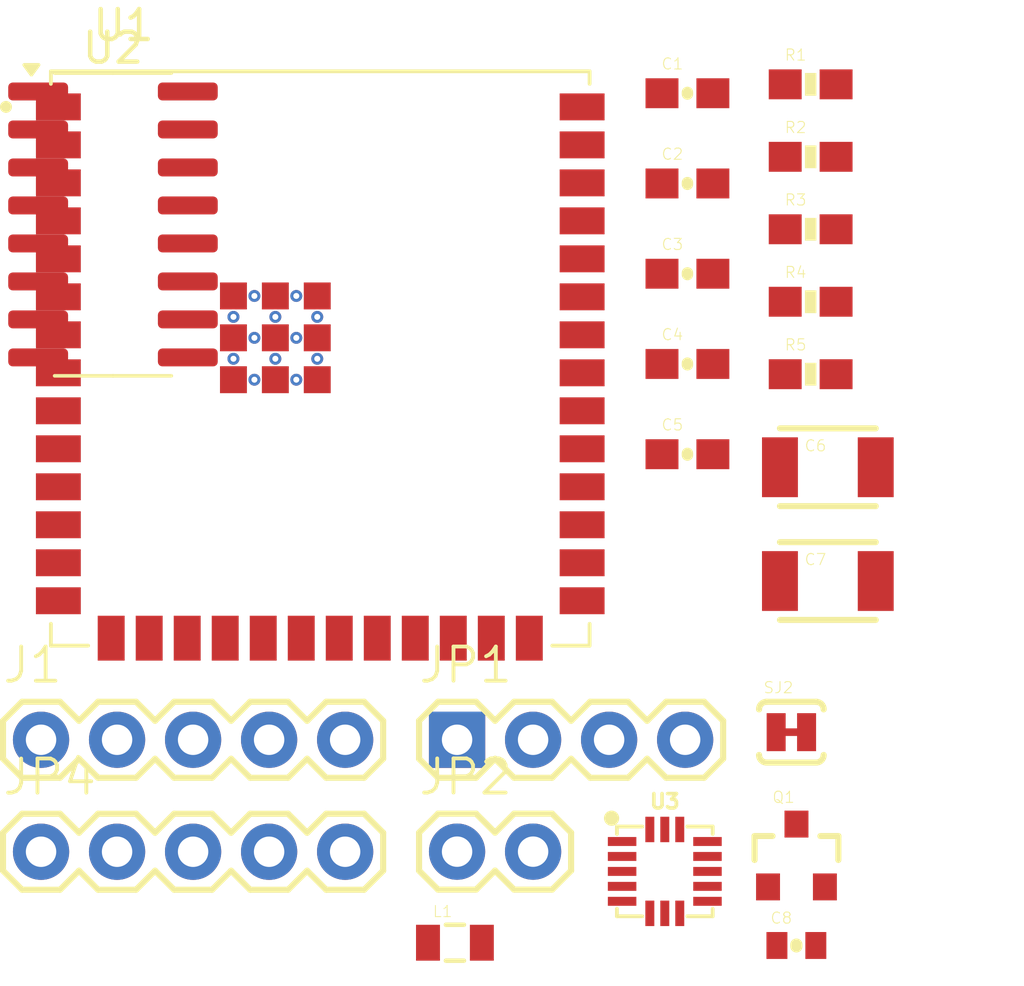
<source format=kicad_pcb>
(kicad_pcb (version 20241229) (generator "pcbnew") (generator_version "9.0")
  (layers (0 "F.Cu" signal) (2 "B.Cu" signal) (13 "F.Paste" user) (15 "B.Paste" user) (5 "F.SilkS" user "F.Silkscreen") (7 "B.SilkS" user "B.Silkscreen") (1 "F.Mask" user) (3 "B.Mask" user) (25 "Edge.Cuts" user))
  (net 0 "")
  (net 1 "/AVDD")
  (net 2 "3.3V")
  (net 7 "/A-")
  (net 8 "/A+")
  (net 10 "Net-(U1-GND-Pad1)")
  (net 49 "/DAT")
  (net 50 "GND")
  (net 51 "VCC")
  (net 52 "/SCK")
  (net 53 "VDD")
  (net 54 "Net-(U2-RATE)")
  (net 56 "Net-(U2-INA-)")
  (net 57 "Net-(U2-INA+)")
  (net 58 "Net-(U2-VBG)")
  (net 60 "/B+")
  (net 61 "/B-")
  (net 62 "Net-(U3-GND-PadP$12)")
  (net 64 "Net-(Q1-C)")
  (net 65 "Net-(Q1-B)")
  (net 66 "Net-(U2-VFB)")
  (footprint "Board_SparkFun_HX711_Load_Cell:0603-RES" (layer "F.Cu") (at 115.4806 52.4086)
    (property "Reference" "R2" (at -0.889 -0.762 0) (layer "F.SilkS") (effects (font (size 0.373888 0.373888) (thickness 0.032512)) (justify left bottom)))
    (property "Value" "8.2K")
    (fp_poly (pts (xy -0.1905 0.381) (xy 0.1905 0.381) (xy 0.1905 -0.381) (xy -0.1905 -0.381)) (fill yes) (layer "F.SilkS"))
    (pad "1" smd rect (at -0.85 0) (size 1.1 1) (layers "F.Cu" "F.Mask" "F.Paste") (net 50 "GND"))
    (pad "2" smd rect (at 0.85 0) (size 1.1 1) (layers "F.Cu" "F.Mask" "F.Paste") (net 66 "Net-(U2-VFB)"))
  )
  (footprint "Board_SparkFun_HX711_Load_Cell:0603-CAP" (layer "F.Cu") (at 111.3634 53.3002)
    (property "Reference" "C2" (at -0.889 -0.762 0) (layer "F.SilkS") (effects (font (size 0.373888 0.373888) (thickness 0.032512)) (justify left bottom)))
    (property "Value" "0.1uF")
    (fp_line (start 0 -0.02794) (end 0 0.02794) (stroke (width 0.381)) (layer "F.SilkS"))
    (pad "1" smd rect (at -0.85 0) (size 1.1 1) (layers "F.Cu" "F.Mask" "F.Paste") (net 50 "GND"))
    (pad "2" smd rect (at 0.85 0) (size 1.1 1) (layers "F.Cu" "F.Mask" "F.Paste") (net 58 "Net-(U2-VBG)"))
  )
  (footprint "Board_SparkFun_HX711_Load_Cell:0603-RES" (layer "F.Cu") (at 115.4806 57.2534)
    (property "Reference" "R4" (at -0.889 -0.762 0) (layer "F.SilkS") (effects (font (size 0.373888 0.373888) (thickness 0.032512)) (justify left bottom)))
    (property "Value" "100")
    (fp_poly (pts (xy -0.1905 0.381) (xy 0.1905 0.381) (xy 0.1905 -0.381) (xy -0.1905 -0.381)) (fill yes) (layer "F.SilkS"))
    (pad "1" smd rect (at -0.85 0) (size 1.1 1) (layers "F.Cu" "F.Mask" "F.Paste") (net 8 "/A+"))
    (pad "2" smd rect (at 0.85 0) (size 1.1 1) (layers "F.Cu" "F.Mask" "F.Paste") (net 57 "Net-(U2-INA+)"))
  )
  (footprint "Board_SparkFun_HX711_Load_Cell:0603-CAP" (layer "F.Cu") (at 111.3634 56.317)
    (property "Reference" "C3" (at -0.889 -0.762 0) (layer "F.SilkS") (effects (font (size 0.373888 0.373888) (thickness 0.032512)) (justify left bottom)))
    (property "Value" "0.1uF")
    (fp_line (start 0 -0.02794) (end 0 0.02794) (stroke (width 0.381)) (layer "F.SilkS"))
    (pad "1" smd rect (at -0.85 0) (size 1.1 1) (layers "F.Cu" "F.Mask" "F.Paste") (net 1 "/AVDD"))
    (pad "2" smd rect (at 0.85 0) (size 1.1 1) (layers "F.Cu" "F.Mask" "F.Paste") (net 50 "GND"))
  )
  (footprint "Board_SparkFun_HX711_Load_Cell:1X05" (layer "F.Cu") (at 89.7666 75.6398)
    (property "Reference" "JP4" (at -1.3462 -1.8288 0) (layer "F.SilkS") (effects (font (size 1.143 1.143) (thickness 0.127)) (justify left bottom)))
    (property "Value" "M05PTH")
    (fp_line (start -1.27 -0.635) (end -1.27 0.635) (stroke (width 0.2032)) (layer "F.SilkS"))
    (fp_line (start -1.27 0.635) (end -0.635 1.27) (stroke (width 0.2032)) (layer "F.SilkS"))
    (fp_line (start -0.635 -1.27) (end -1.27 -0.635) (stroke (width 0.2032)) (layer "F.SilkS"))
    (fp_line (start -0.635 -1.27) (end 0.635 -1.27) (stroke (width 0.2032)) (layer "F.SilkS"))
    (fp_line (start 0.635 -1.27) (end 1.27 -0.635) (stroke (width 0.2032)) (layer "F.SilkS"))
    (fp_line (start 0.635 1.27) (end -0.635 1.27) (stroke (width 0.2032)) (layer "F.SilkS"))
    (fp_line (start 1.27 -0.635) (end 1.905 -1.27) (stroke (width 0.2032)) (layer "F.SilkS"))
    (fp_line (start 1.27 0.635) (end 0.635 1.27) (stroke (width 0.2032)) (layer "F.SilkS"))
    (fp_line (start 1.905 -1.27) (end 3.175 -1.27) (stroke (width 0.2032)) (layer "F.SilkS"))
    (fp_line (start 1.905 1.27) (end 1.27 0.635) (stroke (width 0.2032)) (layer "F.SilkS"))
    (fp_line (start 3.175 -1.27) (end 3.81 -0.635) (stroke (width 0.2032)) (layer "F.SilkS"))
    (fp_line (start 3.175 1.27) (end 1.905 1.27) (stroke (width 0.2032)) (layer "F.SilkS"))
    (fp_line (start 3.81 -0.635) (end 4.445 -1.27) (stroke (width 0.2032)) (layer "F.SilkS"))
    (fp_line (start 3.81 0.635) (end 3.175 1.27) (stroke (width 0.2032)) (layer "F.SilkS"))
    (fp_line (start 4.445 -1.27) (end 5.715 -1.27) (stroke (width 0.2032)) (layer "F.SilkS"))
    (fp_line (start 4.445 1.27) (end 3.81 0.635) (stroke (width 0.2032)) (layer "F.SilkS"))
    (fp_line (start 5.715 -1.27) (end 6.35 -0.635) (stroke (width 0.2032)) (layer "F.SilkS"))
    (fp_line (start 5.715 1.27) (end 4.445 1.27) (stroke (width 0.2032)) (layer "F.SilkS"))
    (fp_line (start 6.35 0.635) (end 5.715 1.27) (stroke (width 0.2032)) (layer "F.SilkS"))
    (fp_line (start 6.35 0.635) (end 6.985 1.27) (stroke (width 0.2032)) (layer "F.SilkS"))
    (fp_line (start 6.985 -1.27) (end 6.35 -0.635) (stroke (width 0.2032)) (layer "F.SilkS"))
    (fp_line (start 6.985 -1.27) (end 8.255 -1.27) (stroke (width 0.2032)) (layer "F.SilkS"))
    (fp_line (start 8.255 -1.27) (end 8.89 -0.635) (stroke (width 0.2032)) (layer "F.SilkS"))
    (fp_line (start 8.255 1.27) (end 6.985 1.27) (stroke (width 0.2032)) (layer "F.SilkS"))
    (fp_line (start 8.89 -0.635) (end 9.525 -1.27) (stroke (width 0.2032)) (layer "F.SilkS"))
    (fp_line (start 8.89 0.635) (end 8.255 1.27) (stroke (width 0.2032)) (layer "F.SilkS"))
    (fp_line (start 9.525 -1.27) (end 10.795 -1.27) (stroke (width 0.2032)) (layer "F.SilkS"))
    (fp_line (start 9.525 1.27) (end 8.89 0.635) (stroke (width 0.2032)) (layer "F.SilkS"))
    (fp_line (start 10.795 -1.27) (end 11.43 -0.635) (stroke (width 0.2032)) (layer "F.SilkS"))
    (fp_line (start 10.795 1.27) (end 9.525 1.27) (stroke (width 0.2032)) (layer "F.SilkS"))
    (fp_line (start 11.43 -0.635) (end 11.43 0.635) (stroke (width 0.2032)) (layer "F.SilkS"))
    (fp_line (start 11.43 0.635) (end 10.795 1.27) (stroke (width 0.2032)) (layer "F.SilkS"))
    (pad "1" thru_hole circle (at 0 0 90) (size 1.8796 1.8796) (drill 1.016) (layers "*.Cu" "*.Mask") (net 50 "GND"))
    (pad "2" thru_hole circle (at 2.54 0 90) (size 1.8796 1.8796) (drill 1.016) (layers "*.Cu" "*.Mask") (net 8 "/A+"))
    (pad "3" thru_hole circle (at 5.08 0 90) (size 1.8796 1.8796) (drill 1.016) (layers "*.Cu" "*.Mask") (net 7 "/A-"))
    (pad "4" thru_hole circle (at 7.62 0 90) (size 1.8796 1.8796) (drill 1.016) (layers "*.Cu" "*.Mask") (net 50 "GND"))
    (pad "5" thru_hole circle (at 10.16 0 90) (size 1.8796 1.8796) (drill 1.016) (layers "*.Cu" "*.Mask") (net 1 "/AVDD"))
  )
  (footprint "Package_SO:SOP-16_3.9x9.9mm_P1.27mm" (layer "F.Cu") (at 92.17 54.67)
    (property "Reference" "U2" (at 0 -5.9 0) (layer "F.SilkS"))
    (property "Value" "HX711")
    (fp_line (start 0 -5.06) (end -1.95 -5.06) (stroke (width 0.12)) (layer "F.SilkS"))
    (fp_line (start 0 -5.06) (end 1.95 -5.06) (stroke (width 0.12)) (layer "F.SilkS"))
    (fp_line (start 0 5.06) (end -1.95 5.06) (stroke (width 0.12)) (layer "F.SilkS"))
    (fp_line (start 0 5.06) (end 1.95 5.06) (stroke (width 0.12)) (layer "F.SilkS"))
    (fp_poly (pts (xy -2.725 -5.005) (xy -2.965 -5.335) (xy -2.485 -5.335)) (stroke (width 0.12)) (fill yes) (layer "F.SilkS"))
    (pad "1" smd roundrect (at -2.5 -4.445) (size 2 0.6) (layers "F.Cu" "F.Mask" "F.Paste") (net 51 "VCC"))
    (pad "2" smd roundrect (at -2.5 -3.175) (size 2 0.6) (layers "F.Cu" "F.Mask" "F.Paste") (net 65 "Net-(Q1-B)"))
    (pad "3" smd roundrect (at -2.5 -1.905) (size 2 0.6) (layers "F.Cu" "F.Mask" "F.Paste") (net 64 "Net-(Q1-C)"))
    (pad "4" smd roundrect (at -2.5 -0.635) (size 2 0.6) (layers "F.Cu" "F.Mask" "F.Paste") (net 66 "Net-(U2-VFB)"))
    (pad "5" smd roundrect (at -2.5 0.635) (size 2 0.6) (layers "F.Cu" "F.Mask" "F.Paste") (net 50 "GND"))
    (pad "6" smd roundrect (at -2.5 1.905) (size 2 0.6) (layers "F.Cu" "F.Mask" "F.Paste") (net 58 "Net-(U2-VBG)"))
    (pad "7" smd roundrect (at -2.5 3.175) (size 2 0.6) (layers "F.Cu" "F.Mask" "F.Paste") (net 56 "Net-(U2-INA-)"))
    (pad "8" smd roundrect (at -2.5 4.445) (size 2 0.6) (layers "F.Cu" "F.Mask" "F.Paste") (net 57 "Net-(U2-INA+)"))
    (pad "9" smd roundrect (at 2.5 4.445) (size 2 0.6) (layers "F.Cu" "F.Mask" "F.Paste") (net 61 "/B-"))
    (pad "10" smd roundrect (at 2.5 3.175) (size 2 0.6) (layers "F.Cu" "F.Mask" "F.Paste") (net 60 "/B+"))
    (pad "11" smd roundrect (at 2.5 1.905) (size 2 0.6) (layers "F.Cu" "F.Mask" "F.Paste") (net 52 "/SCK"))
    (pad "12" smd roundrect (at 2.5 0.635) (size 2 0.6) (layers "F.Cu" "F.Mask" "F.Paste") (net 49 "/DAT"))
    (pad "13" smd roundrect (at 2.5 -0.635) (size 2 0.6) (layers "F.Cu" "F.Mask" "F.Paste"))
    (pad "14" smd roundrect (at 2.5 -1.905) (size 2 0.6) (layers "F.Cu" "F.Mask" "F.Paste") (net 50 "GND"))
    (pad "15" smd roundrect (at 2.5 -3.175) (size 2 0.6) (layers "F.Cu" "F.Mask" "F.Paste") (net 54 "Net-(U2-RATE)"))
    (pad "16" smd roundrect (at 2.5 -4.445) (size 2 0.6) (layers "F.Cu" "F.Mask" "F.Paste") (net 53 "VDD"))
  )
  (footprint "Board_ADXL362_BOB_v01:0402-CAP" (layer "F.Cu") (at 115.0034 78.7734)
    (property "Reference" "C8" (at -0.889 -0.6985 0) (layer "F.SilkS") (effects (font (size 0.373888 0.373888) (thickness 0.032512)) (justify left bottom)))
    (property "Value" ".1uF")
    (fp_line (start 0 -0.0305) (end 0 0.0305) (stroke (width 0.4064)) (layer "F.SilkS"))
    (pad "1" smd rect (at -0.65 0) (size 0.7 0.9) (layers "F.Cu" "F.Mask" "F.Paste") (net 50 "GND"))
    (pad "2" smd rect (at 0.65 0) (size 0.7 0.9) (layers "F.Cu" "F.Mask" "F.Paste") (net 2 "3.3V"))
  )
  (footprint "Board_SparkFun_HX711_Load_Cell:1210" (layer "F.Cu") (at 116.055 66.5898)
    (property "Reference" "C7" (at -0.8 -0.5 0) (layer "F.SilkS") (effects (font (size 0.373888 0.373888) (thickness 0.032512)) (justify left bottom)))
    (property "Value" "10uF")
    (fp_line (start -1.6 -1.3) (end 1.6 -1.3) (stroke (width 0.2032)) (layer "F.SilkS"))
    (fp_line (start -1.6 1.3) (end 1.6 1.3) (stroke (width 0.2032)) (layer "F.SilkS"))
    (pad "1" smd rect (at -1.6 0) (size 1.2 2) (layers "F.Cu" "F.Mask" "F.Paste") (net 1 "/AVDD"))
    (pad "2" smd rect (at 1.6 0) (size 1.2 2) (layers "F.Cu" "F.Mask" "F.Paste") (net 50 "GND"))
  )
  (footprint "Board_SparkFun_HX711_Load_Cell:0603-RES" (layer "F.Cu") (at 115.4806 54.831)
    (property "Reference" "R3" (at -0.889 -0.762 0) (layer "F.SilkS") (effects (font (size 0.373888 0.373888) (thickness 0.032512)) (justify left bottom)))
    (property "Value" "100")
    (fp_poly (pts (xy -0.1905 0.381) (xy 0.1905 0.381) (xy 0.1905 -0.381) (xy -0.1905 -0.381)) (fill yes) (layer "F.SilkS"))
    (pad "1" smd rect (at -0.85 0) (size 1.1 1) (layers "F.Cu" "F.Mask" "F.Paste") (net 7 "/A-"))
    (pad "2" smd rect (at 0.85 0) (size 1.1 1) (layers "F.Cu" "F.Mask" "F.Paste") (net 56 "Net-(U2-INA-)"))
  )
  (footprint "Board_SparkFun_HX711_Load_Cell:0603-CAP" (layer "F.Cu") (at 111.3634 62.3506)
    (property "Reference" "C5" (at -0.889 -0.762 0) (layer "F.SilkS") (effects (font (size 0.373888 0.373888) (thickness 0.032512)) (justify left bottom)))
    (property "Value" "0.1uF")
    (fp_line (start 0 -0.02794) (end 0 0.02794) (stroke (width 0.381)) (layer "F.SilkS"))
    (pad "1" smd rect (at -0.85 0) (size 1.1 1) (layers "F.Cu" "F.Mask" "F.Paste") (net 51 "VCC"))
    (pad "2" smd rect (at 0.85 0) (size 1.1 1) (layers "F.Cu" "F.Mask" "F.Paste") (net 50 "GND"))
  )
  (footprint "Board_SparkFun_HX711_Load_Cell:1210" (layer "F.Cu") (at 116.055 62.7866)
    (property "Reference" "C6" (at -0.8 -0.5 0) (layer "F.SilkS") (effects (font (size 0.373888 0.373888) (thickness 0.032512)) (justify left bottom)))
    (property "Value" "10uF")
    (fp_line (start -1.6 -1.3) (end 1.6 -1.3) (stroke (width 0.2032)) (layer "F.SilkS"))
    (fp_line (start -1.6 1.3) (end 1.6 1.3) (stroke (width 0.2032)) (layer "F.SilkS"))
    (pad "1" smd rect (at -1.6 0) (size 1.2 2) (layers "F.Cu" "F.Mask" "F.Paste") (net 51 "VCC"))
    (pad "2" smd rect (at 1.6 0) (size 1.2 2) (layers "F.Cu" "F.Mask" "F.Paste") (net 50 "GND"))
  )
  (footprint "Board_SparkFun_HX711_Load_Cell:PAD-JUMPER-2-NC_BY_TRACE_YES_SILK" (layer "F.Cu") (at 114.8361 71.6426)
    (property "Reference" "SJ2" (at -0.9525 -1.27 0) (layer "F.SilkS") (effects (font (size 0.373888 0.373888) (thickness 0.032512)) (justify left bottom)))
    (property "Value" "JUMPER-PAD-2-NC_BY_TRACE")
    (fp_line (start -0.381 0) (end 0.381 0) (stroke (width 0.254)) (layer "F.Cu"))
    (fp_line (start -0.8255 -1.016) (end 0.8255 -1.016) (stroke (width 0.2032)) (layer "F.SilkS"))
    (fp_line (start 0.8255 1.016) (end -0.8255 1.016) (stroke (width 0.2032)) (layer "F.SilkS"))
    (fp_arc (start -1.0795 -0.762) (mid -1.005105 -0.941605) (end -0.8255 -1.016) (stroke (width 0.2032)) (layer "F.SilkS"))
    (fp_arc (start -0.8255 1.016) (mid -1.005105 0.941605) (end -1.0795 0.762) (stroke (width 0.2032)) (layer "F.SilkS"))
    (fp_arc (start 0.8255 -1.016) (mid 1.005105 -0.941605) (end 1.0795 -0.762) (stroke (width 0.2032)) (layer "F.SilkS"))
    (fp_arc (start 1.0795 0.762) (mid 1.005105 0.941605) (end 0.8255 1.016) (stroke (width 0.2032)) (layer "F.SilkS"))
    (pad "1" smd rect (at -0.508 0) (size 0.635 1.27) (layers "F.Cu" "F.Mask") (net 50 "GND"))
    (pad "2" smd rect (at 0.508 0) (size 0.635 1.27) (layers "F.Cu" "F.Mask") (net 54 "Net-(U2-RATE)"))
  )
  (footprint "ESP32-S3-WROOM-1:XCVR_ESP32-S3-WROOM-1U" (layer "F.Cu") (at 99.095 59.15)
    (property "Reference" "U1" (at -6.575 -11.135 0) (layer "F.SilkS"))
    (property "Value" "ESP32-S3-WROOM-1U")
    (fp_line (start -9 -9.6) (end 9 -9.6) (stroke (width 0.127)) (layer "F.SilkS"))
    (fp_line (start -9 -9.18) (end -9 -9.6) (stroke (width 0.127)) (layer "F.SilkS"))
    (fp_line (start -9 9.6) (end -9 8.87) (stroke (width 0.127)) (layer "F.SilkS"))
    (fp_line (start -7.755 9.6) (end -9 9.6) (stroke (width 0.127)) (layer "F.SilkS"))
    (fp_line (start 9 -9.6) (end 9 -9.18) (stroke (width 0.127)) (layer "F.SilkS"))
    (fp_line (start 9 9.6) (end 7.755 9.6) (stroke (width 0.127)) (layer "F.SilkS"))
    (fp_line (start 9 9.6) (end 9 8.87) (stroke (width 0.127)) (layer "F.SilkS"))
    (fp_circle (center -10.5 -8.41) (end -10.4 -8.41) (stroke (width 0.2)) (fill no) (layer "F.SilkS"))
    (pad "1" smd rect (at -8.75 -8.41) (size 1.5 0.9) (layers "F.Cu" "F.Mask" "F.Paste") (net 10 "Net-(U1-GND-Pad1)"))
    (pad "2" smd rect (at -8.75 -7.14) (size 1.5 0.9) (layers "F.Cu" "F.Mask" "F.Paste"))
    (pad "3" smd rect (at -8.75 -5.87) (size 1.5 0.9) (layers "F.Cu" "F.Mask" "F.Paste"))
    (pad "4" smd rect (at -8.75 -4.6) (size 1.5 0.9) (layers "F.Cu" "F.Mask" "F.Paste"))
    (pad "5" smd rect (at -8.75 -3.33) (size 1.5 0.9) (layers "F.Cu" "F.Mask" "F.Paste"))
    (pad "6" smd rect (at -8.75 -2.06) (size 1.5 0.9) (layers "F.Cu" "F.Mask" "F.Paste"))
    (pad "7" smd rect (at -8.75 -0.79) (size 1.5 0.9) (layers "F.Cu" "F.Mask" "F.Paste"))
    (pad "8" smd rect (at -8.75 0.48) (size 1.5 0.9) (layers "F.Cu" "F.Mask" "F.Paste"))
    (pad "9" smd rect (at -8.75 1.75) (size 1.5 0.9) (layers "F.Cu" "F.Mask" "F.Paste"))
    (pad "10" smd rect (at -8.75 3.02) (size 1.5 0.9) (layers "F.Cu" "F.Mask" "F.Paste"))
    (pad "11" smd rect (at -8.75 4.29) (size 1.5 0.9) (layers "F.Cu" "F.Mask" "F.Paste"))
    (pad "12" smd rect (at -8.75 5.56) (size 1.5 0.9) (layers "F.Cu" "F.Mask" "F.Paste"))
    (pad "13" smd rect (at -8.75 6.83) (size 1.5 0.9) (layers "F.Cu" "F.Mask" "F.Paste"))
    (pad "14" smd rect (at -8.75 8.1) (size 1.5 0.9) (layers "F.Cu" "F.Mask" "F.Paste"))
    (pad "15" smd rect (at -6.985 9.35) (size 0.9 1.5) (layers "F.Cu" "F.Mask" "F.Paste"))
    (pad "16" smd rect (at -5.715 9.35) (size 0.9 1.5) (layers "F.Cu" "F.Mask" "F.Paste"))
    (pad "17" smd rect (at -4.445 9.35) (size 0.9 1.5) (layers "F.Cu" "F.Mask" "F.Paste"))
    (pad "18" smd rect (at -3.175 9.35) (size 0.9 1.5) (layers "F.Cu" "F.Mask" "F.Paste"))
    (pad "19" smd rect (at -1.905 9.35) (size 0.9 1.5) (layers "F.Cu" "F.Mask" "F.Paste"))
    (pad "20" smd rect (at -0.635 9.35) (size 0.9 1.5) (layers "F.Cu" "F.Mask" "F.Paste"))
    (pad "21" smd rect (at 0.635 9.35) (size 0.9 1.5) (layers "F.Cu" "F.Mask" "F.Paste"))
    (pad "22" smd rect (at 1.905 9.35) (size 0.9 1.5) (layers "F.Cu" "F.Mask" "F.Paste"))
    (pad "23" smd rect (at 3.175 9.35) (size 0.9 1.5) (layers "F.Cu" "F.Mask" "F.Paste"))
    (pad "24" smd rect (at 4.445 9.35) (size 0.9 1.5) (layers "F.Cu" "F.Mask" "F.Paste"))
    (pad "25" smd rect (at 5.715 9.35) (size 0.9 1.5) (layers "F.Cu" "F.Mask" "F.Paste"))
    (pad "26" smd rect (at 6.985 9.35) (size 0.9 1.5) (layers "F.Cu" "F.Mask" "F.Paste"))
    (pad "27" smd rect (at 8.75 8.1) (size 1.5 0.9) (layers "F.Cu" "F.Mask" "F.Paste"))
    (pad "28" smd rect (at 8.75 6.83) (size 1.5 0.9) (layers "F.Cu" "F.Mask" "F.Paste"))
    (pad "29" smd rect (at 8.75 5.56) (size 1.5 0.9) (layers "F.Cu" "F.Mask" "F.Paste"))
    (pad "30" smd rect (at 8.75 4.29) (size 1.5 0.9) (layers "F.Cu" "F.Mask" "F.Paste"))
    (pad "31" smd rect (at 8.75 3.02) (size 1.5 0.9) (layers "F.Cu" "F.Mask" "F.Paste"))
    (pad "32" smd rect (at 8.75 1.75) (size 1.5 0.9) (layers "F.Cu" "F.Mask" "F.Paste"))
    (pad "33" smd rect (at 8.75 0.48) (size 1.5 0.9) (layers "F.Cu" "F.Mask" "F.Paste"))
    (pad "34" smd rect (at 8.75 -0.79) (size 1.5 0.9) (layers "F.Cu" "F.Mask" "F.Paste"))
    (pad "35" smd rect (at 8.75 -2.06) (size 1.5 0.9) (layers "F.Cu" "F.Mask" "F.Paste"))
    (pad "36" smd rect (at 8.75 -3.33) (size 1.5 0.9) (layers "F.Cu" "F.Mask" "F.Paste"))
    (pad "37" smd rect (at 8.75 -4.6) (size 1.5 0.9) (layers "F.Cu" "F.Mask" "F.Paste"))
    (pad "38" smd rect (at 8.75 -5.87) (size 1.5 0.9) (layers "F.Cu" "F.Mask" "F.Paste"))
    (pad "39" smd rect (at 8.75 -7.14) (size 1.5 0.9) (layers "F.Cu" "F.Mask" "F.Paste"))
    (pad "40" smd rect (at 8.75 -8.41) (size 1.5 0.9) (layers "F.Cu" "F.Mask" "F.Paste") (net 10 "Net-(U1-GND-Pad1)"))
    (pad "41_1" smd rect (at -2.9 -2.09) (size 0.9 0.9) (layers "F.Cu" "F.Mask" "F.Paste") (net 10 "Net-(U1-GND-Pad1)"))
    (pad "41_2" smd rect (at -1.5 -2.09) (size 0.9 0.9) (layers "F.Cu" "F.Mask" "F.Paste") (net 10 "Net-(U1-GND-Pad1)"))
    (pad "41_3" smd rect (at -0.1 -2.09) (size 0.9 0.9) (layers "F.Cu" "F.Mask" "F.Paste") (net 10 "Net-(U1-GND-Pad1)"))
    (pad "41_4" smd rect (at -2.9 -0.69) (size 0.9 0.9) (layers "F.Cu" "F.Mask" "F.Paste") (net 10 "Net-(U1-GND-Pad1)"))
    (pad "41_5" smd rect (at -1.5 -0.69) (size 0.9 0.9) (layers "F.Cu" "F.Mask" "F.Paste") (net 10 "Net-(U1-GND-Pad1)"))
    (pad "41_6" smd rect (at -0.1 -0.69) (size 0.9 0.9) (layers "F.Cu" "F.Mask" "F.Paste") (net 10 "Net-(U1-GND-Pad1)"))
    (pad "41_7" smd rect (at -2.9 0.71) (size 0.9 0.9) (layers "F.Cu" "F.Mask" "F.Paste") (net 10 "Net-(U1-GND-Pad1)"))
    (pad "41_8" smd rect (at -1.5 0.71) (size 0.9 0.9) (layers "F.Cu" "F.Mask" "F.Paste") (net 10 "Net-(U1-GND-Pad1)"))
    (pad "41_9" smd rect (at -0.1 0.71) (size 0.9 0.9) (layers "F.Cu" "F.Mask" "F.Paste") (net 10 "Net-(U1-GND-Pad1)"))
    (pad "41_10" thru_hole circle (at -2.2 -2.09) (size 0.4 0.4) (drill 0.2) (layers "*.Cu"))
    (pad "41_11" thru_hole circle (at -0.8 -2.09) (size 0.4 0.4) (drill 0.2) (layers "*.Cu"))
    (pad "41_12" thru_hole circle (at -2.9 -1.39) (size 0.4 0.4) (drill 0.2) (layers "*.Cu"))
    (pad "41_13" thru_hole circle (at -1.5 -1.39) (size 0.4 0.4) (drill 0.2) (layers "*.Cu"))
    (pad "41_14" thru_hole circle (at -0.1 -1.39) (size 0.4 0.4) (drill 0.2) (layers "*.Cu"))
    (pad "41_15" thru_hole circle (at -2.2 -0.69) (size 0.4 0.4) (drill 0.2) (layers "*.Cu"))
    (pad "41_16" thru_hole circle (at -0.8 -0.69) (size 0.4 0.4) (drill 0.2) (layers "*.Cu"))
    (pad "41_17" thru_hole circle (at -2.9 0.01) (size 0.4 0.4) (drill 0.2) (layers "*.Cu"))
    (pad "41_18" thru_hole circle (at -1.5 0.01) (size 0.4 0.4) (drill 0.2) (layers "*.Cu"))
    (pad "41_19" thru_hole circle (at -0.1 0.01) (size 0.4 0.4) (drill 0.2) (layers "*.Cu"))
    (pad "41_20" thru_hole circle (at -2.2 0.71) (size 0.4 0.4) (drill 0.2) (layers "*.Cu"))
    (pad "41_21" thru_hole circle (at -0.8 0.71) (size 0.4 0.4) (drill 0.2) (layers "*.Cu"))
  )
  (footprint "Board_SparkFun_HX711_Load_Cell:1X05" (layer "F.Cu") (at 89.7666 71.8966)
    (property "Reference" "J1" (at -1.3462 -1.8288 0) (layer "F.SilkS") (effects (font (size 1.143 1.143) (thickness 0.127)) (justify left bottom)))
    (property "Value" "M05PTH")
    (fp_line (start -1.27 -0.635) (end -1.27 0.635) (stroke (width 0.2032)) (layer "F.SilkS"))
    (fp_line (start -1.27 0.635) (end -0.635 1.27) (stroke (width 0.2032)) (layer "F.SilkS"))
    (fp_line (start -0.635 -1.27) (end -1.27 -0.635) (stroke (width 0.2032)) (layer "F.SilkS"))
    (fp_line (start -0.635 -1.27) (end 0.635 -1.27) (stroke (width 0.2032)) (layer "F.SilkS"))
    (fp_line (start 0.635 -1.27) (end 1.27 -0.635) (stroke (width 0.2032)) (layer "F.SilkS"))
    (fp_line (start 0.635 1.27) (end -0.635 1.27) (stroke (width 0.2032)) (layer "F.SilkS"))
    (fp_line (start 1.27 -0.635) (end 1.905 -1.27) (stroke (width 0.2032)) (layer "F.SilkS"))
    (fp_line (start 1.27 0.635) (end 0.635 1.27) (stroke (width 0.2032)) (layer "F.SilkS"))
    (fp_line (start 1.905 -1.27) (end 3.175 -1.27) (stroke (width 0.2032)) (layer "F.SilkS"))
    (fp_line (start 1.905 1.27) (end 1.27 0.635) (stroke (width 0.2032)) (layer "F.SilkS"))
    (fp_line (start 3.175 -1.27) (end 3.81 -0.635) (stroke (width 0.2032)) (layer "F.SilkS"))
    (fp_line (start 3.175 1.27) (end 1.905 1.27) (stroke (width 0.2032)) (layer "F.SilkS"))
    (fp_line (start 3.81 -0.635) (end 4.445 -1.27) (stroke (width 0.2032)) (layer "F.SilkS"))
    (fp_line (start 3.81 0.635) (end 3.175 1.27) (stroke (width 0.2032)) (layer "F.SilkS"))
    (fp_line (start 4.445 -1.27) (end 5.715 -1.27) (stroke (width 0.2032)) (layer "F.SilkS"))
    (fp_line (start 4.445 1.27) (end 3.81 0.635) (stroke (width 0.2032)) (layer "F.SilkS"))
    (fp_line (start 5.715 -1.27) (end 6.35 -0.635) (stroke (width 0.2032)) (layer "F.SilkS"))
    (fp_line (start 5.715 1.27) (end 4.445 1.27) (stroke (width 0.2032)) (layer "F.SilkS"))
    (fp_line (start 6.35 0.635) (end 5.715 1.27) (stroke (width 0.2032)) (layer "F.SilkS"))
    (fp_line (start 6.35 0.635) (end 6.985 1.27) (stroke (width 0.2032)) (layer "F.SilkS"))
    (fp_line (start 6.985 -1.27) (end 6.35 -0.635) (stroke (width 0.2032)) (layer "F.SilkS"))
    (fp_line (start 6.985 -1.27) (end 8.255 -1.27) (stroke (width 0.2032)) (layer "F.SilkS"))
    (fp_line (start 8.255 -1.27) (end 8.89 -0.635) (stroke (width 0.2032)) (layer "F.SilkS"))
    (fp_line (start 8.255 1.27) (end 6.985 1.27) (stroke (width 0.2032)) (layer "F.SilkS"))
    (fp_line (start 8.89 -0.635) (end 9.525 -1.27) (stroke (width 0.2032)) (layer "F.SilkS"))
    (fp_line (start 8.89 0.635) (end 8.255 1.27) (stroke (width 0.2032)) (layer "F.SilkS"))
    (fp_line (start 9.525 -1.27) (end 10.795 -1.27) (stroke (width 0.2032)) (layer "F.SilkS"))
    (fp_line (start 9.525 1.27) (end 8.89 0.635) (stroke (width 0.2032)) (layer "F.SilkS"))
    (fp_line (start 10.795 -1.27) (end 11.43 -0.635) (stroke (width 0.2032)) (layer "F.SilkS"))
    (fp_line (start 10.795 1.27) (end 9.525 1.27) (stroke (width 0.2032)) (layer "F.SilkS"))
    (fp_line (start 11.43 -0.635) (end 11.43 0.635) (stroke (width 0.2032)) (layer "F.SilkS"))
    (fp_line (start 11.43 0.635) (end 10.795 1.27) (stroke (width 0.2032)) (layer "F.SilkS"))
    (pad "1" thru_hole circle (at 0 0 90) (size 1.8796 1.8796) (drill 1.016) (layers "*.Cu" "*.Mask") (net 53 "VDD"))
    (pad "2" thru_hole circle (at 2.54 0 90) (size 1.8796 1.8796) (drill 1.016) (layers "*.Cu" "*.Mask") (net 51 "VCC"))
    (pad "3" thru_hole circle (at 5.08 0 90) (size 1.8796 1.8796) (drill 1.016) (layers "*.Cu" "*.Mask") (net 49 "/DAT"))
    (pad "4" thru_hole circle (at 7.62 0 90) (size 1.8796 1.8796) (drill 1.016) (layers "*.Cu" "*.Mask") (net 52 "/SCK"))
    (pad "5" thru_hole circle (at 10.16 0 90) (size 1.8796 1.8796) (drill 1.016) (layers "*.Cu" "*.Mask") (net 50 "GND"))
  )
  (footprint "Board_SparkFun_HX711_Load_Cell:SOT23-3" (layer "F.Cu") (at 115.0066 75.815)
    (property "Reference" "Q1" (at -0.8255 -1.778 0) (layer "F.SilkS") (effects (font (size 0.373888 0.373888) (thickness 0.032512)) (justify left bottom)))
    (property "Value" "MMBT4403")
    (fp_line (start -1.4 -0.7) (end -1.4 0.1) (stroke (width 0.2032)) (layer "F.SilkS"))
    (fp_line (start -0.8 -0.7) (end -1.4 -0.7) (stroke (width 0.2032)) (layer "F.SilkS"))
    (fp_line (start 0.8 -0.7) (end 1.4 -0.7) (stroke (width 0.2032)) (layer "F.SilkS"))
    (fp_line (start 1.4 -0.7) (end 1.4 0.1) (stroke (width 0.2032)) (layer "F.SilkS"))
    (pad "1" smd rect (at -0.95 1) (size 0.8 0.9) (layers "F.Cu" "F.Mask" "F.Paste") (net 65 "Net-(Q1-B)"))
    (pad "2" smd rect (at 0.95 1) (size 0.8 0.9) (layers "F.Cu" "F.Mask" "F.Paste") (net 51 "VCC"))
    (pad "3" smd rect (at 0 -1.1) (size 0.8 0.9) (layers "F.Cu" "F.Mask" "F.Paste") (net 64 "Net-(Q1-C)"))
  )
  (footprint "Board_SparkFun_HX711_Load_Cell:0603-RES" (layer "F.Cu") (at 115.4806 59.6758)
    (property "Reference" "R5" (at -0.889 -0.762 0) (layer "F.SilkS") (effects (font (size 0.373888 0.373888) (thickness 0.032512)) (justify left bottom)))
    (property "Value" "10K")
    (fp_poly (pts (xy -0.1905 0.381) (xy 0.1905 0.381) (xy 0.1905 -0.381) (xy -0.1905 -0.381)) (fill yes) (layer "F.SilkS"))
    (pad "1" smd rect (at -0.85 0) (size 1.1 1) (layers "F.Cu" "F.Mask" "F.Paste") (net 54 "Net-(U2-RATE)"))
    (pad "2" smd rect (at 0.85 0) (size 1.1 1) (layers "F.Cu" "F.Mask" "F.Paste") (net 51 "VCC"))
  )
  (footprint "Board_SparkFun_HX711_Load_Cell:1X02" (layer "F.Cu") (at 103.6666 75.6366)
    (property "Reference" "JP2" (at -1.3462 -1.8288 0) (layer "F.SilkS") (effects (font (size 1.143 1.143) (thickness 0.127)) (justify left bottom)))
    (property "Value" "M02PTH")
    (fp_line (start -1.27 -0.635) (end -1.27 0.635) (stroke (width 0.2032)) (layer "F.SilkS"))
    (fp_line (start -1.27 0.635) (end -0.635 1.27) (stroke (width 0.2032)) (layer "F.SilkS"))
    (fp_line (start -0.635 -1.27) (end -1.27 -0.635) (stroke (width 0.2032)) (layer "F.SilkS"))
    (fp_line (start -0.635 -1.27) (end 0.635 -1.27) (stroke (width 0.2032)) (layer "F.SilkS"))
    (fp_line (start 0.635 -1.27) (end 1.27 -0.635) (stroke (width 0.2032)) (layer "F.SilkS"))
    (fp_line (start 0.635 1.27) (end -0.635 1.27) (stroke (width 0.2032)) (layer "F.SilkS"))
    (fp_line (start 1.27 -0.635) (end 1.905 -1.27) (stroke (width 0.2032)) (layer "F.SilkS"))
    (fp_line (start 1.27 0.635) (end 0.635 1.27) (stroke (width 0.2032)) (layer "F.SilkS"))
    (fp_line (start 1.905 -1.27) (end 3.175 -1.27) (stroke (width 0.2032)) (layer "F.SilkS"))
    (fp_line (start 1.905 1.27) (end 1.27 0.635) (stroke (width 0.2032)) (layer "F.SilkS"))
    (fp_line (start 3.175 -1.27) (end 3.81 -0.635) (stroke (width 0.2032)) (layer "F.SilkS"))
    (fp_line (start 3.175 1.27) (end 1.905 1.27) (stroke (width 0.2032)) (layer "F.SilkS"))
    (fp_line (start 3.81 -0.635) (end 3.81 0.635) (stroke (width 0.2032)) (layer "F.SilkS"))
    (fp_line (start 3.81 0.635) (end 3.175 1.27) (stroke (width 0.2032)) (layer "F.SilkS"))
    (pad "1" thru_hole circle (at 0 0 90) (size 1.8796 1.8796) (drill 1.016) (layers "*.Cu" "*.Mask") (net 60 "/B+"))
    (pad "2" thru_hole circle (at 2.54 0 90) (size 1.8796 1.8796) (drill 1.016) (layers "*.Cu" "*.Mask") (net 61 "/B-"))
  )
  (footprint "Board_SparkFun_HX711_Load_Cell:0603-CAP" (layer "F.Cu") (at 111.3634 59.3338)
    (property "Reference" "C4" (at -0.889 -0.762 0) (layer "F.SilkS") (effects (font (size 0.373888 0.373888) (thickness 0.032512)) (justify left bottom)))
    (property "Value" "0.1uF")
    (fp_line (start 0 -0.02794) (end 0 0.02794) (stroke (width 0.381)) (layer "F.SilkS"))
    (pad "1" smd rect (at -0.85 0) (size 1.1 1) (layers "F.Cu" "F.Mask" "F.Paste") (net 53 "VDD"))
    (pad "2" smd rect (at 0.85 0) (size 1.1 1) (layers "F.Cu" "F.Mask" "F.Paste") (net 50 "GND"))
  )
  (footprint "Board_SparkFun_HX711_Load_Cell:0603-RES" (layer "F.Cu") (at 115.4806 49.9862)
    (property "Reference" "R1" (at -0.889 -0.762 0) (layer "F.SilkS") (effects (font (size 0.373888 0.373888) (thickness 0.032512)) (justify left bottom)))
    (property "Value" "20k")
    (fp_poly (pts (xy -0.1905 0.381) (xy 0.1905 0.381) (xy 0.1905 -0.381) (xy -0.1905 -0.381)) (fill yes) (layer "F.SilkS"))
    (pad "1" smd rect (at -0.85 0) (size 1.1 1) (layers "F.Cu" "F.Mask" "F.Paste") (net 66 "Net-(U2-VFB)"))
    (pad "2" smd rect (at 0.85 0) (size 1.1 1) (layers "F.Cu" "F.Mask" "F.Paste") (net 64 "Net-(Q1-C)"))
  )
  (footprint "ADXL362:LGA-16-3X2.5" (layer "F.Cu") (at 110.607 76.297)
    (property "Reference" "U3" (at 0 -2.3368 0) (layer "F.SilkS") (effects (font (size 0.48 0.48) (thickness 0.12))))
    (property "Value" "ADXL362")
    (fp_line (start -1.6 -1.5) (end -1.6 -1.25) (stroke (width 0.127)) (layer "F.SilkS"))
    (fp_line (start -1.6 1.5) (end -1.6 1.25) (stroke (width 0.127)) (layer "F.SilkS"))
    (fp_line (start -0.75 -1.5) (end -1.6 -1.5) (stroke (width 0.127)) (layer "F.SilkS"))
    (fp_line (start -0.75 1.5) (end -1.6 1.5) (stroke (width 0.127)) (layer "F.SilkS"))
    (fp_line (start 0.75 -1.5) (end 1.6 -1.5) (stroke (width 0.127)) (layer "F.SilkS"))
    (fp_line (start 0.75 1.5) (end 1.6 1.5) (stroke (width 0.127)) (layer "F.SilkS"))
    (fp_line (start 1.6 -1.5) (end 1.6 -1.25) (stroke (width 0.127)) (layer "F.SilkS"))
    (fp_line (start 1.6 1.5) (end 1.6 1.25) (stroke (width 0.127)) (layer "F.SilkS"))
    (fp_circle (center -1.778 -1.778) (end -1.524 -1.778) (fill yes) (layer "F.SilkS"))
    (pad "P$1" smd rect (at -1.4262 -1) (size 0.9524 0.3) (layers "F.Cu" "F.Mask" "F.Paste"))
    (pad "P$2" smd rect (at -1.4262 -0.5) (size 0.9524 0.3) (layers "F.Cu" "F.Mask" "F.Paste"))
    (pad "P$3" smd rect (at -1.4262 0) (size 0.9524 0.3) (layers "F.Cu" "F.Mask" "F.Paste"))
    (pad "P$4" smd rect (at -1.4262 0.5) (size 0.9524 0.3) (layers "F.Cu" "F.Mask" "F.Paste"))
    (pad "P$5" smd rect (at -1.4262 1) (size 0.9524 0.3) (layers "F.Cu" "F.Mask" "F.Paste"))
    (pad "P$6" smd rect (at -0.5 1.402) (size 0.3 0.8508) (layers "F.Cu" "F.Mask" "F.Paste"))
    (pad "P$7" smd rect (at 0 1.402) (size 0.3 0.8508) (layers "F.Cu" "F.Mask" "F.Paste"))
    (pad "P$8" smd rect (at 0.5 1.402) (size 0.3 0.8508) (layers "F.Cu" "F.Mask" "F.Paste"))
    (pad "P$9" smd rect (at 1.4262 1) (size 0.9524 0.3) (layers "F.Cu" "F.Mask" "F.Paste"))
    (pad "P$10" smd rect (at 1.4262 0.5) (size 0.9524 0.3) (layers "F.Cu" "F.Mask" "F.Paste"))
    (pad "P$11" smd rect (at 1.4262 0) (size 0.9524 0.3) (layers "F.Cu" "F.Mask" "F.Paste"))
    (pad "P$12" smd rect (at 1.4262 -0.5) (size 0.9524 0.3) (layers "F.Cu" "F.Mask" "F.Paste") (net 62 "Net-(U3-GND-PadP$12)"))
    (pad "P$13" smd rect (at 1.4262 -1) (size 0.9524 0.3) (layers "F.Cu" "F.Mask" "F.Paste") (net 62 "Net-(U3-GND-PadP$12)"))
    (pad "P$14" smd rect (at 0.5 -1.402) (size 0.3 0.8508) (layers "F.Cu" "F.Mask" "F.Paste"))
    (pad "P$15" smd rect (at 0 -1.402) (size 0.3 0.8508) (layers "F.Cu" "F.Mask" "F.Paste"))
    (pad "P$16" smd rect (at -0.5 -1.402) (size 0.3 0.8508) (layers "F.Cu" "F.Mask" "F.Paste") (net 62 "Net-(U3-GND-PadP$12)"))
  )
  (footprint "Board_ADXL362_BOB_v01:1X04" (layer "F.Cu") (at 103.6666 71.8966)
    (property "Reference" "JP1" (at -1.3462 -1.8288 0) (layer "F.SilkS") (effects (font (size 1.143 1.143) (thickness 0.127)) (justify left bottom)))
    (property "Value" "M04PTH")
    (fp_line (start -1.27 -0.635) (end -1.27 0.635) (stroke (width 0.2032)) (layer "F.SilkS"))
    (fp_line (start -1.27 0.635) (end -0.635 1.27) (stroke (width 0.2032)) (layer "F.SilkS"))
    (fp_line (start -0.635 -1.27) (end -1.27 -0.635) (stroke (width 0.2032)) (layer "F.SilkS"))
    (fp_line (start -0.635 -1.27) (end 0.635 -1.27) (stroke (width 0.2032)) (layer "F.SilkS"))
    (fp_line (start 0.635 -1.27) (end 1.27 -0.635) (stroke (width 0.2032)) (layer "F.SilkS"))
    (fp_line (start 0.635 1.27) (end -0.635 1.27) (stroke (width 0.2032)) (layer "F.SilkS"))
    (fp_line (start 1.27 -0.635) (end 1.905 -1.27) (stroke (width 0.2032)) (layer "F.SilkS"))
    (fp_line (start 1.27 0.635) (end 0.635 1.27) (stroke (width 0.2032)) (layer "F.SilkS"))
    (fp_line (start 1.905 -1.27) (end 3.175 -1.27) (stroke (width 0.2032)) (layer "F.SilkS"))
    (fp_line (start 1.905 1.27) (end 1.27 0.635) (stroke (width 0.2032)) (layer "F.SilkS"))
    (fp_line (start 3.175 -1.27) (end 3.81 -0.635) (stroke (width 0.2032)) (layer "F.SilkS"))
    (fp_line (start 3.175 1.27) (end 1.905 1.27) (stroke (width 0.2032)) (layer "F.SilkS"))
    (fp_line (start 3.81 -0.635) (end 4.445 -1.27) (stroke (width 0.2032)) (layer "F.SilkS"))
    (fp_line (start 3.81 0.635) (end 3.175 1.27) (stroke (width 0.2032)) (layer "F.SilkS"))
    (fp_line (start 4.445 -1.27) (end 5.715 -1.27) (stroke (width 0.2032)) (layer "F.SilkS"))
    (fp_line (start 4.445 1.27) (end 3.81 0.635) (stroke (width 0.2032)) (layer "F.SilkS"))
    (fp_line (start 5.715 -1.27) (end 6.35 -0.635) (stroke (width 0.2032)) (layer "F.SilkS"))
    (fp_line (start 5.715 1.27) (end 4.445 1.27) (stroke (width 0.2032)) (layer "F.SilkS"))
    (fp_line (start 6.35 0.635) (end 5.715 1.27) (stroke (width 0.2032)) (layer "F.SilkS"))
    (fp_line (start 6.35 0.635) (end 6.985 1.27) (stroke (width 0.2032)) (layer "F.SilkS"))
    (fp_line (start 6.985 -1.27) (end 6.35 -0.635) (stroke (width 0.2032)) (layer "F.SilkS"))
    (fp_line (start 6.985 -1.27) (end 8.255 -1.27) (stroke (width 0.2032)) (layer "F.SilkS"))
    (fp_line (start 8.255 -1.27) (end 8.89 -0.635) (stroke (width 0.2032)) (layer "F.SilkS"))
    (fp_line (start 8.255 1.27) (end 6.985 1.27) (stroke (width 0.2032)) (layer "F.SilkS"))
    (fp_line (start 8.89 -0.635) (end 8.89 0.635) (stroke (width 0.2032)) (layer "F.SilkS"))
    (fp_line (start 8.89 0.635) (end 8.255 1.27) (stroke (width 0.2032)) (layer "F.SilkS"))
    (pad "1" thru_hole rect (at 0 0 90) (size 1.8796 1.8796) (drill 1.016) (layers "*.Cu" "*.Mask"))
    (pad "2" thru_hole circle (at 2.54 0 90) (size 1.8796 1.8796) (drill 1.016) (layers "*.Cu" "*.Mask"))
    (pad "3" thru_hole circle (at 5.08 0 90) (size 1.8796 1.8796) (drill 1.016) (layers "*.Cu" "*.Mask"))
    (pad "4" thru_hole circle (at 7.62 0 90) (size 1.8796 1.8796) (drill 1.016) (layers "*.Cu" "*.Mask"))
  )
  (footprint "Board_SparkFun_HX711_Load_Cell:0603-CAP" (layer "F.Cu") (at 111.3634 50.2834)
    (property "Reference" "C1" (at -0.889 -0.762 0) (layer "F.SilkS") (effects (font (size 0.373888 0.373888) (thickness 0.032512)) (justify left bottom)))
    (property "Value" "0.1uF")
    (fp_line (start 0 -0.02794) (end 0 0.02794) (stroke (width 0.381)) (layer "F.SilkS"))
    (pad "1" smd rect (at -0.85 0) (size 1.1 1) (layers "F.Cu" "F.Mask" "F.Paste") (net 56 "Net-(U2-INA-)"))
    (pad "2" smd rect (at 0.85 0) (size 1.1 1) (layers "F.Cu" "F.Mask" "F.Paste") (net 57 "Net-(U2-INA+)"))
  )
  (footprint "Board_SparkFun_HX711_Load_Cell:0805" (layer "F.Cu") (at 103.595 78.6812)
    (property "Reference" "L1" (at -0.762 -0.8255 0) (layer "F.SilkS") (effects (font (size 0.373888 0.373888) (thickness 0.032512)) (justify left bottom)))
    (property "Value" "3.3uH")
    (fp_line (start -0.3 -0.6) (end 0.3 -0.6) (stroke (width 0.1524)) (layer "F.SilkS"))
    (fp_line (start -0.3 0.6) (end 0.3 0.6) (stroke (width 0.1524)) (layer "F.SilkS"))
    (pad "1" smd rect (at -0.9 0) (size 0.8 1.2) (layers "F.Cu" "F.Mask" "F.Paste") (net 1 "/AVDD"))
    (pad "2" smd rect (at 0.9 0) (size 0.8 1.2) (layers "F.Cu" "F.Mask" "F.Paste") (net 64 "Net-(Q1-C)"))
  )
)
</source>
